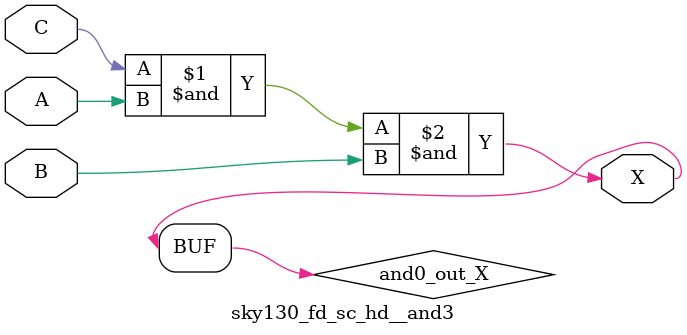
<source format=v>
/*
 * Copyright 2020 The SkyWater PDK Authors
 *
 * Licensed under the Apache License, Version 2.0 (the "License");
 * you may not use this file except in compliance with the License.
 * You may obtain a copy of the License at
 *
 *     https://www.apache.org/licenses/LICENSE-2.0
 *
 * Unless required by applicable law or agreed to in writing, software
 * distributed under the License is distributed on an "AS IS" BASIS,
 * WITHOUT WARRANTIES OR CONDITIONS OF ANY KIND, either express or implied.
 * See the License for the specific language governing permissions and
 * limitations under the License.
 *
 * SPDX-License-Identifier: Apache-2.0
*/


`ifndef SKY130_FD_SC_HD__AND3_FUNCTIONAL_V
`define SKY130_FD_SC_HD__AND3_FUNCTIONAL_V

/**
 * and3: 3-input AND.
 *
 * Verilog simulation functional model.
 */

`timescale 1ns / 1ps
`default_nettype none

`celldefine
module sky130_fd_sc_hd__and3 (
    X,
    A,
    B,
    C
);

    // Module ports
    output X;
    input  A;
    input  B;
    input  C;

    // Local signals
    wire and0_out_X;

    //  Name  Output      Other arguments
    and and0 (and0_out_X, C, A, B        );
    buf buf0 (X         , and0_out_X     );

endmodule
`endcelldefine

`default_nettype wire
`endif  // SKY130_FD_SC_HD__AND3_FUNCTIONAL_V

</source>
